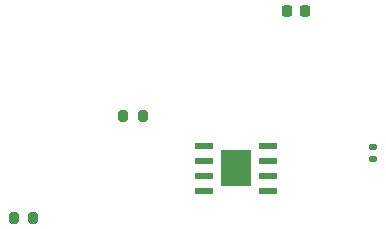
<source format=gbr>
%TF.GenerationSoftware,KiCad,Pcbnew,8.0.4*%
%TF.CreationDate,2024-08-01T19:49:29+02:00*%
%TF.ProjectId,amplification-board,616d706c-6966-4696-9361-74696f6e2d62,rev?*%
%TF.SameCoordinates,Original*%
%TF.FileFunction,Paste,Top*%
%TF.FilePolarity,Positive*%
%FSLAX46Y46*%
G04 Gerber Fmt 4.6, Leading zero omitted, Abs format (unit mm)*
G04 Created by KiCad (PCBNEW 8.0.4) date 2024-08-01 19:49:29*
%MOMM*%
%LPD*%
G01*
G04 APERTURE LIST*
G04 Aperture macros list*
%AMRoundRect*
0 Rectangle with rounded corners*
0 $1 Rounding radius*
0 $2 $3 $4 $5 $6 $7 $8 $9 X,Y pos of 4 corners*
0 Add a 4 corners polygon primitive as box body*
4,1,4,$2,$3,$4,$5,$6,$7,$8,$9,$2,$3,0*
0 Add four circle primitives for the rounded corners*
1,1,$1+$1,$2,$3*
1,1,$1+$1,$4,$5*
1,1,$1+$1,$6,$7*
1,1,$1+$1,$8,$9*
0 Add four rect primitives between the rounded corners*
20,1,$1+$1,$2,$3,$4,$5,0*
20,1,$1+$1,$4,$5,$6,$7,0*
20,1,$1+$1,$6,$7,$8,$9,0*
20,1,$1+$1,$8,$9,$2,$3,0*%
G04 Aperture macros list end*
%ADD10R,1.550000X0.600000*%
%ADD11R,2.600000X3.100000*%
%ADD12RoundRect,0.225000X-0.225000X-0.250000X0.225000X-0.250000X0.225000X0.250000X-0.225000X0.250000X0*%
%ADD13RoundRect,0.200000X-0.200000X-0.275000X0.200000X-0.275000X0.200000X0.275000X-0.200000X0.275000X0*%
%ADD14RoundRect,0.200000X0.200000X0.275000X-0.200000X0.275000X-0.200000X-0.275000X0.200000X-0.275000X0*%
%ADD15RoundRect,0.135000X-0.185000X0.135000X-0.185000X-0.135000X0.185000X-0.135000X0.185000X0.135000X0*%
G04 APERTURE END LIST*
D10*
%TO.C,U1*%
X141285000Y-95885000D03*
X141285000Y-97155000D03*
X141285000Y-98425000D03*
X141285000Y-99695000D03*
X146685000Y-99695000D03*
X146685000Y-98425000D03*
X146685000Y-97155000D03*
X146685000Y-95885000D03*
D11*
X143985000Y-97790000D03*
%TD*%
D12*
%TO.C,C1*%
X148305000Y-84455000D03*
X149855000Y-84455000D03*
%TD*%
D13*
%TO.C,R1*%
X125175000Y-102000000D03*
X126825000Y-102000000D03*
%TD*%
D14*
%TO.C,R2*%
X136080000Y-93345000D03*
X134430000Y-93345000D03*
%TD*%
D15*
%TO.C,R3*%
X155575000Y-96010000D03*
X155575000Y-97030000D03*
%TD*%
M02*

</source>
